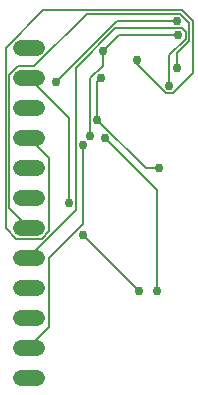
<source format=gbr>
G04 EAGLE Gerber RS-274X export*
G75*
%MOMM*%
%FSLAX34Y34*%
%LPD*%
%INBottom Copper*%
%IPPOS*%
%AMOC8*
5,1,8,0,0,1.08239X$1,22.5*%
G01*
%ADD10C,1.320800*%
%ADD11C,0.152400*%
%ADD12C,0.756400*%


D10*
X44704Y25400D02*
X31496Y25400D01*
X31496Y50800D02*
X44704Y50800D01*
X44704Y76200D02*
X31496Y76200D01*
X31496Y101600D02*
X44704Y101600D01*
X44704Y127000D02*
X31496Y127000D01*
X31496Y152400D02*
X44704Y152400D01*
X44704Y177800D02*
X31496Y177800D01*
X31496Y203200D02*
X44704Y203200D01*
X44704Y228600D02*
X31496Y228600D01*
X31496Y254000D02*
X44704Y254000D01*
X44704Y279400D02*
X31496Y279400D01*
X31496Y304800D02*
X44704Y304800D01*
D11*
X96012Y275844D02*
X96012Y243840D01*
X96012Y275844D02*
X99060Y278892D01*
X137160Y202692D02*
X147828Y202692D01*
X137160Y202692D02*
X96012Y243840D01*
D12*
X96012Y243840D03*
X99060Y278892D03*
X147828Y202692D03*
D11*
X164592Y315468D02*
X114300Y315468D01*
X100584Y301752D01*
X100584Y289560D01*
X89916Y278892D01*
X89916Y230124D01*
D12*
X164592Y315468D03*
X100584Y301752D03*
X89916Y230124D03*
D11*
X71628Y245364D02*
X71628Y173736D01*
X71628Y245364D02*
X38100Y278892D01*
X38100Y279400D01*
D12*
X71628Y173736D03*
D11*
X129540Y291084D02*
X129540Y294132D01*
X129540Y291084D02*
X153924Y266700D01*
X160020Y266700D01*
X176784Y283464D01*
X176784Y327660D01*
X167640Y336804D01*
X50292Y336804D01*
X18288Y304800D01*
X18288Y152400D01*
X27432Y143256D01*
X48768Y143256D01*
X54864Y149352D01*
X54864Y211836D01*
X38100Y228600D01*
D12*
X129540Y294132D03*
D11*
X112776Y327660D02*
X163068Y327660D01*
X112776Y327660D02*
X60960Y275844D01*
D12*
X163068Y327660D03*
X60960Y275844D03*
D11*
X163068Y288036D02*
X163068Y300228D01*
X173736Y310896D01*
X173736Y326136D01*
X166116Y333756D01*
X86868Y333756D01*
X42672Y289560D01*
X28956Y289560D01*
X21336Y281940D01*
X21336Y169164D01*
X38100Y152400D01*
D12*
X163068Y288036D03*
D11*
X156972Y298704D02*
X156972Y272796D01*
X156972Y298704D02*
X170688Y312420D01*
X170688Y318516D01*
X167640Y321564D01*
X111252Y321564D01*
X77724Y288036D01*
X77724Y167640D01*
X38100Y128016D01*
X38100Y127000D01*
D12*
X156972Y272796D03*
D11*
X83820Y222504D02*
X83820Y155448D01*
X54864Y126492D01*
X54864Y68580D01*
X38100Y51816D01*
X38100Y50800D01*
D12*
X83820Y222504D03*
D11*
X83820Y146304D02*
X131064Y99060D01*
D12*
X131064Y99060D03*
X83820Y146304D03*
D11*
X146304Y184404D02*
X146304Y99060D01*
X146304Y184404D02*
X102108Y228600D01*
D12*
X146304Y99060D03*
X102108Y228600D03*
M02*

</source>
